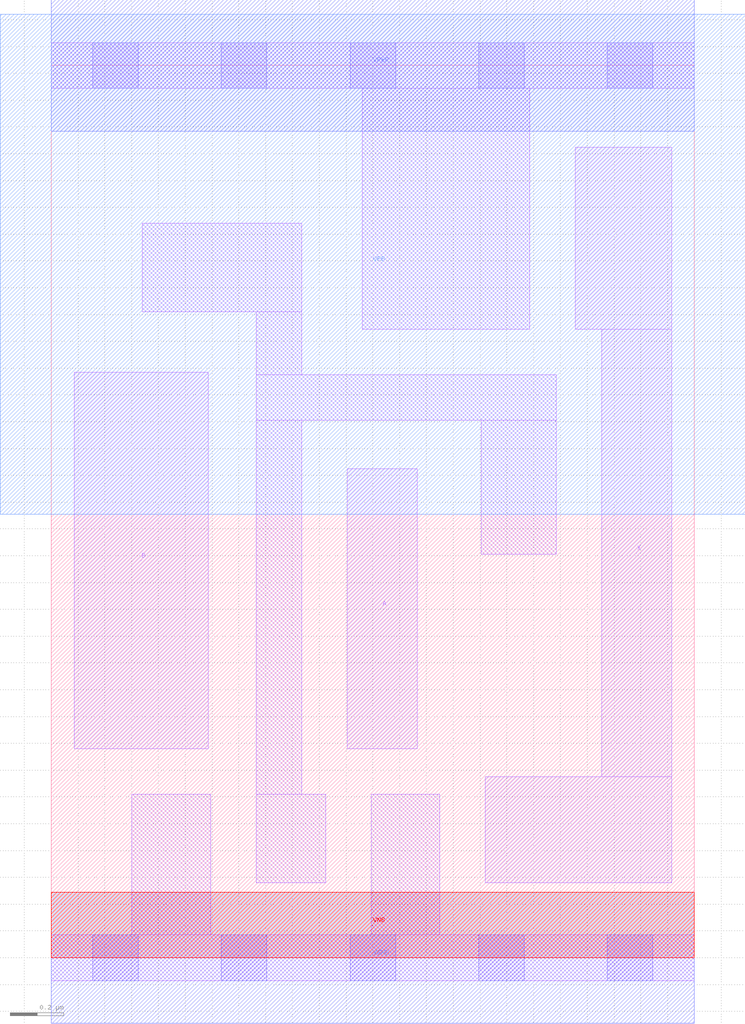
<source format=lef>
# Copyright 2020 The SkyWater PDK Authors
#
# Licensed under the Apache License, Version 2.0 (the "License");
# you may not use this file except in compliance with the License.
# You may obtain a copy of the License at
#
#     https://www.apache.org/licenses/LICENSE-2.0
#
# Unless required by applicable law or agreed to in writing, software
# distributed under the License is distributed on an "AS IS" BASIS,
# WITHOUT WARRANTIES OR CONDITIONS OF ANY KIND, either express or implied.
# See the License for the specific language governing permissions and
# limitations under the License.
#
# SPDX-License-Identifier: Apache-2.0

VERSION 5.7 ;
  NOWIREEXTENSIONATPIN ON ;
  DIVIDERCHAR "/" ;
  BUSBITCHARS "[]" ;
MACRO sky130_fd_sc_lp__or2_0
  CLASS CORE ;
  FOREIGN sky130_fd_sc_lp__or2_0 ;
  ORIGIN  0.000000  0.000000 ;
  SIZE  2.400000 BY  3.330000 ;
  SYMMETRY X Y R90 ;
  SITE unit ;
  PIN A
    ANTENNAGATEAREA  0.126000 ;
    DIRECTION INPUT ;
    USE SIGNAL ;
    PORT
      LAYER li1 ;
        RECT 1.105000 0.780000 1.365000 1.825000 ;
    END
  END A
  PIN B
    ANTENNAGATEAREA  0.126000 ;
    DIRECTION INPUT ;
    USE SIGNAL ;
    PORT
      LAYER li1 ;
        RECT 0.085000 0.780000 0.585000 2.185000 ;
    END
  END B
  PIN X
    ANTENNADIFFAREA  0.280900 ;
    DIRECTION OUTPUT ;
    USE SIGNAL ;
    PORT
      LAYER li1 ;
        RECT 1.620000 0.280000 2.315000 0.675000 ;
        RECT 1.955000 2.345000 2.315000 3.025000 ;
        RECT 2.055000 0.675000 2.315000 2.345000 ;
    END
  END X
  PIN VGND
    DIRECTION INOUT ;
    USE GROUND ;
    PORT
      LAYER met1 ;
        RECT 0.000000 -0.245000 2.400000 0.245000 ;
    END
  END VGND
  PIN VNB
    DIRECTION INOUT ;
    USE GROUND ;
    PORT
      LAYER pwell ;
        RECT 0.000000 0.000000 2.400000 0.245000 ;
    END
  END VNB
  PIN VPB
    DIRECTION INOUT ;
    USE POWER ;
    PORT
      LAYER nwell ;
        RECT -0.190000 1.655000 2.590000 3.520000 ;
    END
  END VPB
  PIN VPWR
    DIRECTION INOUT ;
    USE POWER ;
    PORT
      LAYER met1 ;
        RECT 0.000000 3.085000 2.400000 3.575000 ;
    END
  END VPWR
  OBS
    LAYER li1 ;
      RECT 0.000000 -0.085000 2.400000 0.085000 ;
      RECT 0.000000  3.245000 2.400000 3.415000 ;
      RECT 0.300000  0.085000 0.595000 0.610000 ;
      RECT 0.340000  2.410000 0.935000 2.740000 ;
      RECT 0.765000  0.280000 1.025000 0.610000 ;
      RECT 0.765000  0.610000 0.935000 2.005000 ;
      RECT 0.765000  2.005000 1.885000 2.175000 ;
      RECT 0.765000  2.175000 0.935000 2.410000 ;
      RECT 1.160000  2.345000 1.785000 3.245000 ;
      RECT 1.195000  0.085000 1.450000 0.610000 ;
      RECT 1.605000  1.505000 1.885000 2.005000 ;
    LAYER mcon ;
      RECT 0.155000 -0.085000 0.325000 0.085000 ;
      RECT 0.155000  3.245000 0.325000 3.415000 ;
      RECT 0.635000 -0.085000 0.805000 0.085000 ;
      RECT 0.635000  3.245000 0.805000 3.415000 ;
      RECT 1.115000 -0.085000 1.285000 0.085000 ;
      RECT 1.115000  3.245000 1.285000 3.415000 ;
      RECT 1.595000 -0.085000 1.765000 0.085000 ;
      RECT 1.595000  3.245000 1.765000 3.415000 ;
      RECT 2.075000 -0.085000 2.245000 0.085000 ;
      RECT 2.075000  3.245000 2.245000 3.415000 ;
  END
END sky130_fd_sc_lp__or2_0
END LIBRARY

</source>
